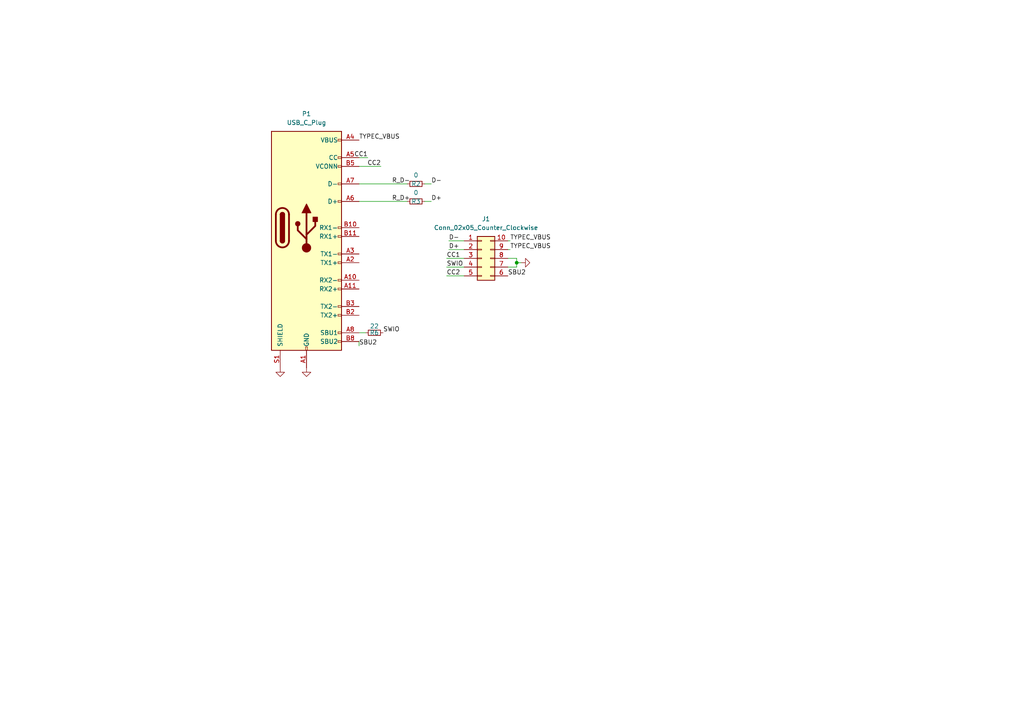
<source format=kicad_sch>
(kicad_sch
	(version 20231120)
	(generator "eeschema")
	(generator_version "8.0")
	(uuid "e7baa774-f973-4117-818d-b664b94308f1")
	(paper "A4")
	(lib_symbols
		(symbol "Connector:USB_C_Plug"
			(pin_names
				(offset 1.016)
			)
			(exclude_from_sim no)
			(in_bom yes)
			(on_board yes)
			(property "Reference" "P"
				(at -10.16 29.21 0)
				(effects
					(font
						(size 1.27 1.27)
					)
					(justify left)
				)
			)
			(property "Value" "USB_C_Plug"
				(at 10.16 29.21 0)
				(effects
					(font
						(size 1.27 1.27)
					)
					(justify right)
				)
			)
			(property "Footprint" ""
				(at 3.81 0 0)
				(effects
					(font
						(size 1.27 1.27)
					)
					(hide yes)
				)
			)
			(property "Datasheet" "https://www.usb.org/sites/default/files/documents/usb_type-c.zip"
				(at 3.81 0 0)
				(effects
					(font
						(size 1.27 1.27)
					)
					(hide yes)
				)
			)
			(property "Description" "USB Type-C Plug connector"
				(at 0 0 0)
				(effects
					(font
						(size 1.27 1.27)
					)
					(hide yes)
				)
			)
			(property "ki_keywords" "usb universal serial bus"
				(at 0 0 0)
				(effects
					(font
						(size 1.27 1.27)
					)
					(hide yes)
				)
			)
			(property "ki_fp_filters" "USB*C*Plug*"
				(at 0 0 0)
				(effects
					(font
						(size 1.27 1.27)
					)
					(hide yes)
				)
			)
			(symbol "USB_C_Plug_0_0"
				(rectangle
					(start -0.254 -35.56)
					(end 0.254 -34.544)
					(stroke
						(width 0)
						(type default)
					)
					(fill
						(type none)
					)
				)
				(rectangle
					(start 10.16 -32.766)
					(end 9.144 -33.274)
					(stroke
						(width 0)
						(type default)
					)
					(fill
						(type none)
					)
				)
				(rectangle
					(start 10.16 -30.226)
					(end 9.144 -30.734)
					(stroke
						(width 0)
						(type default)
					)
					(fill
						(type none)
					)
				)
				(rectangle
					(start 10.16 -25.146)
					(end 9.144 -25.654)
					(stroke
						(width 0)
						(type default)
					)
					(fill
						(type none)
					)
				)
				(rectangle
					(start 10.16 -22.606)
					(end 9.144 -23.114)
					(stroke
						(width 0)
						(type default)
					)
					(fill
						(type none)
					)
				)
				(rectangle
					(start 10.16 -17.526)
					(end 9.144 -18.034)
					(stroke
						(width 0)
						(type default)
					)
					(fill
						(type none)
					)
				)
				(rectangle
					(start 10.16 -14.986)
					(end 9.144 -15.494)
					(stroke
						(width 0)
						(type default)
					)
					(fill
						(type none)
					)
				)
				(rectangle
					(start 10.16 -9.906)
					(end 9.144 -10.414)
					(stroke
						(width 0)
						(type default)
					)
					(fill
						(type none)
					)
				)
				(rectangle
					(start 10.16 -7.366)
					(end 9.144 -7.874)
					(stroke
						(width 0)
						(type default)
					)
					(fill
						(type none)
					)
				)
				(rectangle
					(start 10.16 -2.286)
					(end 9.144 -2.794)
					(stroke
						(width 0)
						(type default)
					)
					(fill
						(type none)
					)
				)
				(rectangle
					(start 10.16 0.254)
					(end 9.144 -0.254)
					(stroke
						(width 0)
						(type default)
					)
					(fill
						(type none)
					)
				)
				(rectangle
					(start 10.16 7.874)
					(end 9.144 7.366)
					(stroke
						(width 0)
						(type default)
					)
					(fill
						(type none)
					)
				)
				(rectangle
					(start 10.16 12.954)
					(end 9.144 12.446)
					(stroke
						(width 0)
						(type default)
					)
					(fill
						(type none)
					)
				)
				(rectangle
					(start 10.16 18.034)
					(end 9.144 17.526)
					(stroke
						(width 0)
						(type default)
					)
					(fill
						(type none)
					)
				)
				(rectangle
					(start 10.16 20.574)
					(end 9.144 20.066)
					(stroke
						(width 0)
						(type default)
					)
					(fill
						(type none)
					)
				)
				(rectangle
					(start 10.16 25.654)
					(end 9.144 25.146)
					(stroke
						(width 0)
						(type default)
					)
					(fill
						(type none)
					)
				)
			)
			(symbol "USB_C_Plug_0_1"
				(rectangle
					(start -10.16 27.94)
					(end 10.16 -35.56)
					(stroke
						(width 0.254)
						(type default)
					)
					(fill
						(type background)
					)
				)
				(arc
					(start -8.89 -3.81)
					(mid -6.985 -5.7067)
					(end -5.08 -3.81)
					(stroke
						(width 0.508)
						(type default)
					)
					(fill
						(type none)
					)
				)
				(arc
					(start -7.62 -3.81)
					(mid -6.985 -4.4423)
					(end -6.35 -3.81)
					(stroke
						(width 0.254)
						(type default)
					)
					(fill
						(type none)
					)
				)
				(arc
					(start -7.62 -3.81)
					(mid -6.985 -4.4423)
					(end -6.35 -3.81)
					(stroke
						(width 0.254)
						(type default)
					)
					(fill
						(type outline)
					)
				)
				(rectangle
					(start -7.62 -3.81)
					(end -6.35 3.81)
					(stroke
						(width 0.254)
						(type default)
					)
					(fill
						(type outline)
					)
				)
				(arc
					(start -6.35 3.81)
					(mid -6.985 4.4423)
					(end -7.62 3.81)
					(stroke
						(width 0.254)
						(type default)
					)
					(fill
						(type none)
					)
				)
				(arc
					(start -6.35 3.81)
					(mid -6.985 4.4423)
					(end -7.62 3.81)
					(stroke
						(width 0.254)
						(type default)
					)
					(fill
						(type outline)
					)
				)
				(arc
					(start -5.08 3.81)
					(mid -6.985 5.7067)
					(end -8.89 3.81)
					(stroke
						(width 0.508)
						(type default)
					)
					(fill
						(type none)
					)
				)
				(polyline
					(pts
						(xy -8.89 -3.81) (xy -8.89 3.81)
					)
					(stroke
						(width 0.508)
						(type default)
					)
					(fill
						(type none)
					)
				)
				(polyline
					(pts
						(xy -5.08 3.81) (xy -5.08 -3.81)
					)
					(stroke
						(width 0.508)
						(type default)
					)
					(fill
						(type none)
					)
				)
			)
			(symbol "USB_C_Plug_1_1"
				(circle
					(center -2.54 1.143)
					(radius 0.635)
					(stroke
						(width 0.254)
						(type default)
					)
					(fill
						(type outline)
					)
				)
				(circle
					(center 0 -5.842)
					(radius 1.27)
					(stroke
						(width 0)
						(type default)
					)
					(fill
						(type outline)
					)
				)
				(polyline
					(pts
						(xy 0 -5.842) (xy 0 4.318)
					)
					(stroke
						(width 0.508)
						(type default)
					)
					(fill
						(type none)
					)
				)
				(polyline
					(pts
						(xy 0 -3.302) (xy -2.54 -0.762) (xy -2.54 0.508)
					)
					(stroke
						(width 0.508)
						(type default)
					)
					(fill
						(type none)
					)
				)
				(polyline
					(pts
						(xy 0 -2.032) (xy 2.54 0.508) (xy 2.54 1.778)
					)
					(stroke
						(width 0.508)
						(type default)
					)
					(fill
						(type none)
					)
				)
				(polyline
					(pts
						(xy -1.27 4.318) (xy 0 6.858) (xy 1.27 4.318) (xy -1.27 4.318)
					)
					(stroke
						(width 0.254)
						(type default)
					)
					(fill
						(type outline)
					)
				)
				(rectangle
					(start 1.905 1.778)
					(end 3.175 3.048)
					(stroke
						(width 0.254)
						(type default)
					)
					(fill
						(type outline)
					)
				)
				(pin passive line
					(at 0 -40.64 90)
					(length 5.08)
					(name "GND"
						(effects
							(font
								(size 1.27 1.27)
							)
						)
					)
					(number "A1"
						(effects
							(font
								(size 1.27 1.27)
							)
						)
					)
				)
				(pin bidirectional line
					(at 15.24 -15.24 180)
					(length 5.08)
					(name "RX2-"
						(effects
							(font
								(size 1.27 1.27)
							)
						)
					)
					(number "A10"
						(effects
							(font
								(size 1.27 1.27)
							)
						)
					)
				)
				(pin bidirectional line
					(at 15.24 -17.78 180)
					(length 5.08)
					(name "RX2+"
						(effects
							(font
								(size 1.27 1.27)
							)
						)
					)
					(number "A11"
						(effects
							(font
								(size 1.27 1.27)
							)
						)
					)
				)
				(pin passive line
					(at 0 -40.64 90)
					(length 5.08) hide
					(name "GND"
						(effects
							(font
								(size 1.27 1.27)
							)
						)
					)
					(number "A12"
						(effects
							(font
								(size 1.27 1.27)
							)
						)
					)
				)
				(pin bidirectional line
					(at 15.24 -10.16 180)
					(length 5.08)
					(name "TX1+"
						(effects
							(font
								(size 1.27 1.27)
							)
						)
					)
					(number "A2"
						(effects
							(font
								(size 1.27 1.27)
							)
						)
					)
				)
				(pin bidirectional line
					(at 15.24 -7.62 180)
					(length 5.08)
					(name "TX1-"
						(effects
							(font
								(size 1.27 1.27)
							)
						)
					)
					(number "A3"
						(effects
							(font
								(size 1.27 1.27)
							)
						)
					)
				)
				(pin passive line
					(at 15.24 25.4 180)
					(length 5.08)
					(name "VBUS"
						(effects
							(font
								(size 1.27 1.27)
							)
						)
					)
					(number "A4"
						(effects
							(font
								(size 1.27 1.27)
							)
						)
					)
				)
				(pin bidirectional line
					(at 15.24 20.32 180)
					(length 5.08)
					(name "CC"
						(effects
							(font
								(size 1.27 1.27)
							)
						)
					)
					(number "A5"
						(effects
							(font
								(size 1.27 1.27)
							)
						)
					)
				)
				(pin bidirectional line
					(at 15.24 7.62 180)
					(length 5.08)
					(name "D+"
						(effects
							(font
								(size 1.27 1.27)
							)
						)
					)
					(number "A6"
						(effects
							(font
								(size 1.27 1.27)
							)
						)
					)
				)
				(pin bidirectional line
					(at 15.24 12.7 180)
					(length 5.08)
					(name "D-"
						(effects
							(font
								(size 1.27 1.27)
							)
						)
					)
					(number "A7"
						(effects
							(font
								(size 1.27 1.27)
							)
						)
					)
				)
				(pin bidirectional line
					(at 15.24 -30.48 180)
					(length 5.08)
					(name "SBU1"
						(effects
							(font
								(size 1.27 1.27)
							)
						)
					)
					(number "A8"
						(effects
							(font
								(size 1.27 1.27)
							)
						)
					)
				)
				(pin passive line
					(at 15.24 25.4 180)
					(length 5.08) hide
					(name "VBUS"
						(effects
							(font
								(size 1.27 1.27)
							)
						)
					)
					(number "A9"
						(effects
							(font
								(size 1.27 1.27)
							)
						)
					)
				)
				(pin passive line
					(at 0 -40.64 90)
					(length 5.08) hide
					(name "GND"
						(effects
							(font
								(size 1.27 1.27)
							)
						)
					)
					(number "B1"
						(effects
							(font
								(size 1.27 1.27)
							)
						)
					)
				)
				(pin bidirectional line
					(at 15.24 0 180)
					(length 5.08)
					(name "RX1-"
						(effects
							(font
								(size 1.27 1.27)
							)
						)
					)
					(number "B10"
						(effects
							(font
								(size 1.27 1.27)
							)
						)
					)
				)
				(pin bidirectional line
					(at 15.24 -2.54 180)
					(length 5.08)
					(name "RX1+"
						(effects
							(font
								(size 1.27 1.27)
							)
						)
					)
					(number "B11"
						(effects
							(font
								(size 1.27 1.27)
							)
						)
					)
				)
				(pin passive line
					(at 0 -40.64 90)
					(length 5.08) hide
					(name "GND"
						(effects
							(font
								(size 1.27 1.27)
							)
						)
					)
					(number "B12"
						(effects
							(font
								(size 1.27 1.27)
							)
						)
					)
				)
				(pin bidirectional line
					(at 15.24 -25.4 180)
					(length 5.08)
					(name "TX2+"
						(effects
							(font
								(size 1.27 1.27)
							)
						)
					)
					(number "B2"
						(effects
							(font
								(size 1.27 1.27)
							)
						)
					)
				)
				(pin bidirectional line
					(at 15.24 -22.86 180)
					(length 5.08)
					(name "TX2-"
						(effects
							(font
								(size 1.27 1.27)
							)
						)
					)
					(number "B3"
						(effects
							(font
								(size 1.27 1.27)
							)
						)
					)
				)
				(pin passive line
					(at 15.24 25.4 180)
					(length 5.08) hide
					(name "VBUS"
						(effects
							(font
								(size 1.27 1.27)
							)
						)
					)
					(number "B4"
						(effects
							(font
								(size 1.27 1.27)
							)
						)
					)
				)
				(pin bidirectional line
					(at 15.24 17.78 180)
					(length 5.08)
					(name "VCONN"
						(effects
							(font
								(size 1.27 1.27)
							)
						)
					)
					(number "B5"
						(effects
							(font
								(size 1.27 1.27)
							)
						)
					)
				)
				(pin bidirectional line
					(at 15.24 -33.02 180)
					(length 5.08)
					(name "SBU2"
						(effects
							(font
								(size 1.27 1.27)
							)
						)
					)
					(number "B8"
						(effects
							(font
								(size 1.27 1.27)
							)
						)
					)
				)
				(pin passive line
					(at 15.24 25.4 180)
					(length 5.08) hide
					(name "VBUS"
						(effects
							(font
								(size 1.27 1.27)
							)
						)
					)
					(number "B9"
						(effects
							(font
								(size 1.27 1.27)
							)
						)
					)
				)
				(pin passive line
					(at -7.62 -40.64 90)
					(length 5.08)
					(name "SHIELD"
						(effects
							(font
								(size 1.27 1.27)
							)
						)
					)
					(number "S1"
						(effects
							(font
								(size 1.27 1.27)
							)
						)
					)
				)
			)
		)
		(symbol "Connector_Generic:Conn_02x05_Counter_Clockwise"
			(pin_names
				(offset 1.016) hide)
			(exclude_from_sim no)
			(in_bom yes)
			(on_board yes)
			(property "Reference" "J"
				(at 1.27 7.62 0)
				(effects
					(font
						(size 1.27 1.27)
					)
				)
			)
			(property "Value" "Conn_02x05_Counter_Clockwise"
				(at 1.27 -7.62 0)
				(effects
					(font
						(size 1.27 1.27)
					)
				)
			)
			(property "Footprint" ""
				(at 0 0 0)
				(effects
					(font
						(size 1.27 1.27)
					)
					(hide yes)
				)
			)
			(property "Datasheet" "~"
				(at 0 0 0)
				(effects
					(font
						(size 1.27 1.27)
					)
					(hide yes)
				)
			)
			(property "Description" "Generic connector, double row, 02x05, counter clockwise pin numbering scheme (similar to DIP package numbering), script generated (kicad-library-utils/schlib/autogen/connector/)"
				(at 0 0 0)
				(effects
					(font
						(size 1.27 1.27)
					)
					(hide yes)
				)
			)
			(property "ki_keywords" "connector"
				(at 0 0 0)
				(effects
					(font
						(size 1.27 1.27)
					)
					(hide yes)
				)
			)
			(property "ki_fp_filters" "Connector*:*_2x??_*"
				(at 0 0 0)
				(effects
					(font
						(size 1.27 1.27)
					)
					(hide yes)
				)
			)
			(symbol "Conn_02x05_Counter_Clockwise_1_1"
				(rectangle
					(start -1.27 -4.953)
					(end 0 -5.207)
					(stroke
						(width 0.1524)
						(type default)
					)
					(fill
						(type none)
					)
				)
				(rectangle
					(start -1.27 -2.413)
					(end 0 -2.667)
					(stroke
						(width 0.1524)
						(type default)
					)
					(fill
						(type none)
					)
				)
				(rectangle
					(start -1.27 0.127)
					(end 0 -0.127)
					(stroke
						(width 0.1524)
						(type default)
					)
					(fill
						(type none)
					)
				)
				(rectangle
					(start -1.27 2.667)
					(end 0 2.413)
					(stroke
						(width 0.1524)
						(type default)
					)
					(fill
						(type none)
					)
				)
				(rectangle
					(start -1.27 5.207)
					(end 0 4.953)
					(stroke
						(width 0.1524)
						(type default)
					)
					(fill
						(type none)
					)
				)
				(rectangle
					(start -1.27 6.35)
					(end 3.81 -6.35)
					(stroke
						(width 0.254)
						(type default)
					)
					(fill
						(type background)
					)
				)
				(rectangle
					(start 3.81 -4.953)
					(end 2.54 -5.207)
					(stroke
						(width 0.1524)
						(type default)
					)
					(fill
						(type none)
					)
				)
				(rectangle
					(start 3.81 -2.413)
					(end 2.54 -2.667)
					(stroke
						(width 0.1524)
						(type default)
					)
					(fill
						(type none)
					)
				)
				(rectangle
					(start 3.81 0.127)
					(end 2.54 -0.127)
					(stroke
						(width 0.1524)
						(type default)
					)
					(fill
						(type none)
					)
				)
				(rectangle
					(start 3.81 2.667)
					(end 2.54 2.413)
					(stroke
						(width 0.1524)
						(type default)
					)
					(fill
						(type none)
					)
				)
				(rectangle
					(start 3.81 5.207)
					(end 2.54 4.953)
					(stroke
						(width 0.1524)
						(type default)
					)
					(fill
						(type none)
					)
				)
				(pin passive line
					(at -5.08 5.08 0)
					(length 3.81)
					(name "Pin_1"
						(effects
							(font
								(size 1.27 1.27)
							)
						)
					)
					(number "1"
						(effects
							(font
								(size 1.27 1.27)
							)
						)
					)
				)
				(pin passive line
					(at 7.62 5.08 180)
					(length 3.81)
					(name "Pin_10"
						(effects
							(font
								(size 1.27 1.27)
							)
						)
					)
					(number "10"
						(effects
							(font
								(size 1.27 1.27)
							)
						)
					)
				)
				(pin passive line
					(at -5.08 2.54 0)
					(length 3.81)
					(name "Pin_2"
						(effects
							(font
								(size 1.27 1.27)
							)
						)
					)
					(number "2"
						(effects
							(font
								(size 1.27 1.27)
							)
						)
					)
				)
				(pin passive line
					(at -5.08 0 0)
					(length 3.81)
					(name "Pin_3"
						(effects
							(font
								(size 1.27 1.27)
							)
						)
					)
					(number "3"
						(effects
							(font
								(size 1.27 1.27)
							)
						)
					)
				)
				(pin passive line
					(at -5.08 -2.54 0)
					(length 3.81)
					(name "Pin_4"
						(effects
							(font
								(size 1.27 1.27)
							)
						)
					)
					(number "4"
						(effects
							(font
								(size 1.27 1.27)
							)
						)
					)
				)
				(pin passive line
					(at -5.08 -5.08 0)
					(length 3.81)
					(name "Pin_5"
						(effects
							(font
								(size 1.27 1.27)
							)
						)
					)
					(number "5"
						(effects
							(font
								(size 1.27 1.27)
							)
						)
					)
				)
				(pin passive line
					(at 7.62 -5.08 180)
					(length 3.81)
					(name "Pin_6"
						(effects
							(font
								(size 1.27 1.27)
							)
						)
					)
					(number "6"
						(effects
							(font
								(size 1.27 1.27)
							)
						)
					)
				)
				(pin passive line
					(at 7.62 -2.54 180)
					(length 3.81)
					(name "Pin_7"
						(effects
							(font
								(size 1.27 1.27)
							)
						)
					)
					(number "7"
						(effects
							(font
								(size 1.27 1.27)
							)
						)
					)
				)
				(pin passive line
					(at 7.62 0 180)
					(length 3.81)
					(name "Pin_8"
						(effects
							(font
								(size 1.27 1.27)
							)
						)
					)
					(number "8"
						(effects
							(font
								(size 1.27 1.27)
							)
						)
					)
				)
				(pin passive line
					(at 7.62 2.54 180)
					(length 3.81)
					(name "Pin_9"
						(effects
							(font
								(size 1.27 1.27)
							)
						)
					)
					(number "9"
						(effects
							(font
								(size 1.27 1.27)
							)
						)
					)
				)
			)
		)
		(symbol "Device:R_Small"
			(pin_numbers hide)
			(pin_names
				(offset 0.254) hide)
			(exclude_from_sim no)
			(in_bom yes)
			(on_board yes)
			(property "Reference" "R"
				(at 0.762 0.508 0)
				(effects
					(font
						(size 1.27 1.27)
					)
					(justify left)
				)
			)
			(property "Value" "R_Small"
				(at 0.762 -1.016 0)
				(effects
					(font
						(size 1.27 1.27)
					)
					(justify left)
				)
			)
			(property "Footprint" ""
				(at 0 0 0)
				(effects
					(font
						(size 1.27 1.27)
					)
					(hide yes)
				)
			)
			(property "Datasheet" "~"
				(at 0 0 0)
				(effects
					(font
						(size 1.27 1.27)
					)
					(hide yes)
				)
			)
			(property "Description" "Resistor, small symbol"
				(at 0 0 0)
				(effects
					(font
						(size 1.27 1.27)
					)
					(hide yes)
				)
			)
			(property "ki_keywords" "R resistor"
				(at 0 0 0)
				(effects
					(font
						(size 1.27 1.27)
					)
					(hide yes)
				)
			)
			(property "ki_fp_filters" "R_*"
				(at 0 0 0)
				(effects
					(font
						(size 1.27 1.27)
					)
					(hide yes)
				)
			)
			(symbol "R_Small_0_1"
				(rectangle
					(start -0.762 1.778)
					(end 0.762 -1.778)
					(stroke
						(width 0.2032)
						(type default)
					)
					(fill
						(type none)
					)
				)
			)
			(symbol "R_Small_1_1"
				(pin passive line
					(at 0 2.54 270)
					(length 0.762)
					(name "~"
						(effects
							(font
								(size 1.27 1.27)
							)
						)
					)
					(number "1"
						(effects
							(font
								(size 1.27 1.27)
							)
						)
					)
				)
				(pin passive line
					(at 0 -2.54 90)
					(length 0.762)
					(name "~"
						(effects
							(font
								(size 1.27 1.27)
							)
						)
					)
					(number "2"
						(effects
							(font
								(size 1.27 1.27)
							)
						)
					)
				)
			)
		)
		(symbol "power:GND"
			(power)
			(pin_names
				(offset 0)
			)
			(exclude_from_sim no)
			(in_bom yes)
			(on_board yes)
			(property "Reference" "#PWR"
				(at 0 -6.35 0)
				(effects
					(font
						(size 1.27 1.27)
					)
					(hide yes)
				)
			)
			(property "Value" "GND"
				(at 0 -3.81 0)
				(effects
					(font
						(size 1.27 1.27)
					)
				)
			)
			(property "Footprint" ""
				(at 0 0 0)
				(effects
					(font
						(size 1.27 1.27)
					)
					(hide yes)
				)
			)
			(property "Datasheet" ""
				(at 0 0 0)
				(effects
					(font
						(size 1.27 1.27)
					)
					(hide yes)
				)
			)
			(property "Description" "Power symbol creates a global label with name \"GND\" , ground"
				(at 0 0 0)
				(effects
					(font
						(size 1.27 1.27)
					)
					(hide yes)
				)
			)
			(property "ki_keywords" "global power"
				(at 0 0 0)
				(effects
					(font
						(size 1.27 1.27)
					)
					(hide yes)
				)
			)
			(symbol "GND_0_1"
				(polyline
					(pts
						(xy 0 0) (xy 0 -1.27) (xy 1.27 -1.27) (xy 0 -2.54) (xy -1.27 -1.27) (xy 0 -1.27)
					)
					(stroke
						(width 0)
						(type default)
					)
					(fill
						(type none)
					)
				)
			)
			(symbol "GND_1_1"
				(pin power_in line
					(at 0 0 270)
					(length 0) hide
					(name "GND"
						(effects
							(font
								(size 1.27 1.27)
							)
						)
					)
					(number "1"
						(effects
							(font
								(size 1.27 1.27)
							)
						)
					)
				)
			)
		)
	)
	(junction
		(at 149.86 76.2)
		(diameter 0)
		(color 0 0 0 0)
		(uuid "29b6ac3e-cd56-4e72-92fa-a7e98096e97f")
	)
	(wire
		(pts
			(xy 125.095 58.42) (xy 123.19 58.42)
		)
		(stroke
			(width 0)
			(type default)
		)
		(uuid "075fd16f-b2e2-40ea-bcaf-2f610ec86ed5")
	)
	(wire
		(pts
			(xy 104.14 45.72) (xy 106.68 45.72)
		)
		(stroke
			(width 0)
			(type default)
		)
		(uuid "0ec26167-8f33-4c00-819c-1c21f2ea9550")
	)
	(wire
		(pts
			(xy 104.14 58.42) (xy 118.11 58.42)
		)
		(stroke
			(width 0)
			(type default)
		)
		(uuid "14696cf3-c300-4f2d-9be2-22b05cb75e57")
	)
	(wire
		(pts
			(xy 104.14 53.34) (xy 118.11 53.34)
		)
		(stroke
			(width 0)
			(type default)
		)
		(uuid "1c0f0ddd-901d-4324-a603-c942e188e217")
	)
	(wire
		(pts
			(xy 129.54 77.47) (xy 134.62 77.47)
		)
		(stroke
			(width 0)
			(type default)
		)
		(uuid "327bc067-745d-4739-ad70-42413dd0978d")
	)
	(wire
		(pts
			(xy 130.175 69.85) (xy 134.62 69.85)
		)
		(stroke
			(width 0)
			(type default)
		)
		(uuid "358f5e7e-8d8e-4321-a9ba-d6755fabd1f6")
	)
	(wire
		(pts
			(xy 147.32 72.39) (xy 147.955 72.39)
		)
		(stroke
			(width 0)
			(type default)
		)
		(uuid "3c8b1092-dbc5-4da7-ab29-844cb354a30c")
	)
	(wire
		(pts
			(xy 147.32 69.85) (xy 147.955 69.85)
		)
		(stroke
			(width 0)
			(type default)
		)
		(uuid "52a0e316-e378-4c4e-9f68-814997b66f76")
	)
	(wire
		(pts
			(xy 129.54 74.93) (xy 134.62 74.93)
		)
		(stroke
			(width 0)
			(type default)
		)
		(uuid "724b8639-ce82-4795-a3b7-356fa1e9b256")
	)
	(wire
		(pts
			(xy 125.095 53.34) (xy 123.19 53.34)
		)
		(stroke
			(width 0)
			(type default)
		)
		(uuid "72c120de-fb6a-46dd-abcc-d53db85eab16")
	)
	(wire
		(pts
			(xy 110.49 48.26) (xy 104.14 48.26)
		)
		(stroke
			(width 0)
			(type default)
		)
		(uuid "8ce8b293-bddf-44f1-ba2d-0527a717a3ff")
	)
	(wire
		(pts
			(xy 130.175 72.39) (xy 134.62 72.39)
		)
		(stroke
			(width 0)
			(type default)
		)
		(uuid "ae7d2282-3771-47f3-8374-d1f119fb3d39")
	)
	(wire
		(pts
			(xy 149.86 76.2) (xy 149.86 77.47)
		)
		(stroke
			(width 0)
			(type default)
		)
		(uuid "b158396a-0229-4859-8974-9ba70c42805c")
	)
	(wire
		(pts
			(xy 149.86 76.2) (xy 151.13 76.2)
		)
		(stroke
			(width 0)
			(type default)
		)
		(uuid "b7f00d85-3b49-49ca-9068-95df9e82f274")
	)
	(wire
		(pts
			(xy 149.86 74.93) (xy 149.86 76.2)
		)
		(stroke
			(width 0)
			(type default)
		)
		(uuid "b84c8e1b-79ee-423d-9e33-6be451fc7f83")
	)
	(wire
		(pts
			(xy 147.32 77.47) (xy 149.86 77.47)
		)
		(stroke
			(width 0)
			(type default)
		)
		(uuid "d1e04a60-8c2c-400a-a9d4-c618a9196542")
	)
	(wire
		(pts
			(xy 104.14 100.33) (xy 104.14 99.06)
		)
		(stroke
			(width 0)
			(type default)
		)
		(uuid "d9266800-4c49-4090-982a-0d4289209532")
	)
	(wire
		(pts
			(xy 147.32 74.93) (xy 149.86 74.93)
		)
		(stroke
			(width 0)
			(type default)
		)
		(uuid "da018cc7-55bf-44aa-9e91-139fd2272c25")
	)
	(wire
		(pts
			(xy 129.54 80.01) (xy 134.62 80.01)
		)
		(stroke
			(width 0)
			(type default)
		)
		(uuid "e7040635-49e4-4666-ae73-7b08db72f6f8")
	)
	(wire
		(pts
			(xy 106.045 96.52) (xy 104.14 96.52)
		)
		(stroke
			(width 0)
			(type default)
		)
		(uuid "e7360537-ae75-4c17-bd67-bc7f30545604")
	)
	(label "TYPEC_VBUS"
		(at 147.955 72.39 0)
		(fields_autoplaced yes)
		(effects
			(font
				(size 1.27 1.27)
			)
			(justify left bottom)
		)
		(uuid "141efac9-f2a0-4375-80ee-25db3f201053")
	)
	(label "CC2"
		(at 129.54 80.01 0)
		(fields_autoplaced yes)
		(effects
			(font
				(size 1.27 1.27)
			)
			(justify left bottom)
		)
		(uuid "1893d072-4cd7-49e0-b365-9975008c013f")
	)
	(label "D-"
		(at 125.095 53.34 0)
		(fields_autoplaced yes)
		(effects
			(font
				(size 1.27 1.27)
			)
			(justify left bottom)
		)
		(uuid "1a7eeef0-e6b2-4733-acab-024d53e32061")
	)
	(label "CC2"
		(at 110.49 48.26 180)
		(fields_autoplaced yes)
		(effects
			(font
				(size 1.27 1.27)
			)
			(justify right bottom)
		)
		(uuid "24ab126e-c4bc-4a8a-9d92-950fc2acea86")
	)
	(label "CC1"
		(at 106.68 45.72 180)
		(fields_autoplaced yes)
		(effects
			(font
				(size 1.27 1.27)
			)
			(justify right bottom)
		)
		(uuid "2b17f55e-f5f1-47c4-8f41-0888b8c232eb")
	)
	(label "SBU2"
		(at 104.14 100.33 0)
		(fields_autoplaced yes)
		(effects
			(font
				(size 1.27 1.27)
			)
			(justify left bottom)
		)
		(uuid "2c843271-a193-4b41-ad87-e79c94bd943b")
	)
	(label "SWIO"
		(at 111.125 96.52 0)
		(fields_autoplaced yes)
		(effects
			(font
				(size 1.27 1.27)
			)
			(justify left bottom)
		)
		(uuid "4771f689-0cd2-4135-8f96-503de85dca66")
	)
	(label "R_D-"
		(at 113.665 53.34 0)
		(fields_autoplaced yes)
		(effects
			(font
				(size 1.27 1.27)
			)
			(justify left bottom)
		)
		(uuid "49cd877a-3a6c-42fb-9aa3-e364228c012a")
	)
	(label "SWIO"
		(at 129.54 77.47 0)
		(fields_autoplaced yes)
		(effects
			(font
				(size 1.27 1.27)
			)
			(justify left bottom)
		)
		(uuid "63efa996-ed0d-4dc1-b092-fc4ca669792d")
	)
	(label "D+"
		(at 130.175 72.39 0)
		(fields_autoplaced yes)
		(effects
			(font
				(size 1.27 1.27)
			)
			(justify left bottom)
		)
		(uuid "64e677f0-a68e-4520-9b90-289fe102953d")
	)
	(label "CC1"
		(at 129.54 74.93 0)
		(fields_autoplaced yes)
		(effects
			(font
				(size 1.27 1.27)
			)
			(justify left bottom)
		)
		(uuid "65664f75-d332-4fef-a780-e32dfecc3b87")
	)
	(label "SBU2"
		(at 147.32 80.01 0)
		(fields_autoplaced yes)
		(effects
			(font
				(size 1.27 1.27)
			)
			(justify left bottom)
		)
		(uuid "7fafcca3-fbaa-4bbf-aba1-bf0e0f44dd0a")
	)
	(label "TYPEC_VBUS"
		(at 104.14 40.64 0)
		(fields_autoplaced yes)
		(effects
			(font
				(size 1.27 1.27)
			)
			(justify left bottom)
		)
		(uuid "8527f653-980b-444e-97b3-a910a7b89053")
	)
	(label "D-"
		(at 130.175 69.85 0)
		(fields_autoplaced yes)
		(effects
			(font
				(size 1.27 1.27)
			)
			(justify left bottom)
		)
		(uuid "858c883c-a62e-4186-bd4f-1a20ff3f0ed3")
	)
	(label "TYPEC_VBUS"
		(at 147.955 69.85 0)
		(fields_autoplaced yes)
		(effects
			(font
				(size 1.27 1.27)
			)
			(justify left bottom)
		)
		(uuid "89fa4b4d-ecab-43d4-9304-c363644a46bd")
	)
	(label "D+"
		(at 125.095 58.42 0)
		(fields_autoplaced yes)
		(effects
			(font
				(size 1.27 1.27)
			)
			(justify left bottom)
		)
		(uuid "b3246682-112f-4134-9fe9-9a4f63163b6a")
	)
	(label "R_D+"
		(at 113.665 58.42 0)
		(fields_autoplaced yes)
		(effects
			(font
				(size 1.27 1.27)
			)
			(justify left bottom)
		)
		(uuid "cd06a97d-ce08-4b50-b8c9-c050fd1904fb")
	)
	(symbol
		(lib_id "power:GND")
		(at 88.9 106.68 0)
		(unit 1)
		(exclude_from_sim no)
		(in_bom yes)
		(on_board yes)
		(dnp no)
		(fields_autoplaced yes)
		(uuid "078d63f4-3269-433b-bac4-ab73d1ed86f7")
		(property "Reference" "#PWR02"
			(at 88.9 113.03 0)
			(effects
				(font
					(size 1.27 1.27)
				)
				(hide yes)
			)
		)
		(property "Value" "GND"
			(at 88.9 111.125 0)
			(effects
				(font
					(size 1.27 1.27)
				)
				(hide yes)
			)
		)
		(property "Footprint" ""
			(at 88.9 106.68 0)
			(effects
				(font
					(size 1.27 1.27)
				)
				(hide yes)
			)
		)
		(property "Datasheet" ""
			(at 88.9 106.68 0)
			(effects
				(font
					(size 1.27 1.27)
				)
				(hide yes)
			)
		)
		(property "Description" ""
			(at 88.9 106.68 0)
			(effects
				(font
					(size 1.27 1.27)
				)
				(hide yes)
			)
		)
		(pin "1"
			(uuid "95d26b72-04df-4662-a433-9ab8c4a961a0")
		)
		(instances
			(project "rusb-pd"
				(path "/e7baa774-f973-4117-818d-b664b94308f1"
					(reference "#PWR02")
					(unit 1)
				)
			)
		)
	)
	(symbol
		(lib_id "power:GND")
		(at 151.13 76.2 90)
		(unit 1)
		(exclude_from_sim no)
		(in_bom yes)
		(on_board yes)
		(dnp no)
		(fields_autoplaced yes)
		(uuid "207d740e-9f24-43e9-83fe-dd321ebf2067")
		(property "Reference" "#PWR010"
			(at 157.48 76.2 0)
			(effects
				(font
					(size 1.27 1.27)
				)
				(hide yes)
			)
		)
		(property "Value" "GND"
			(at 155.575 76.2 0)
			(effects
				(font
					(size 1.27 1.27)
				)
				(hide yes)
			)
		)
		(property "Footprint" ""
			(at 151.13 76.2 0)
			(effects
				(font
					(size 1.27 1.27)
				)
				(hide yes)
			)
		)
		(property "Datasheet" ""
			(at 151.13 76.2 0)
			(effects
				(font
					(size 1.27 1.27)
				)
				(hide yes)
			)
		)
		(property "Description" ""
			(at 151.13 76.2 0)
			(effects
				(font
					(size 1.27 1.27)
				)
				(hide yes)
			)
		)
		(pin "1"
			(uuid "e3d54653-73fd-40eb-b8fc-d43ff8f4250f")
		)
		(instances
			(project "rusb-pd"
				(path "/e7baa774-f973-4117-818d-b664b94308f1"
					(reference "#PWR010")
					(unit 1)
				)
			)
		)
	)
	(symbol
		(lib_id "Device:R_Small")
		(at 120.65 53.34 90)
		(unit 1)
		(exclude_from_sim no)
		(in_bom yes)
		(on_board yes)
		(dnp no)
		(uuid "395f0f7a-66fd-4de3-b7c6-5105af9801c8")
		(property "Reference" "R2"
			(at 120.65 53.34 90)
			(effects
				(font
					(size 1.27 1.27)
				)
			)
		)
		(property "Value" "0"
			(at 120.65 50.8 90)
			(effects
				(font
					(size 1.27 1.27)
				)
			)
		)
		(property "Footprint" "Resistor_SMD:R_0402_1005Metric"
			(at 120.65 53.34 0)
			(effects
				(font
					(size 1.27 1.27)
				)
				(hide yes)
			)
		)
		(property "Datasheet" "~"
			(at 120.65 53.34 0)
			(effects
				(font
					(size 1.27 1.27)
				)
				(hide yes)
			)
		)
		(property "Description" ""
			(at 120.65 53.34 0)
			(effects
				(font
					(size 1.27 1.27)
				)
				(hide yes)
			)
		)
		(pin "1"
			(uuid "d051a192-9391-4a8e-8e8a-3dea8073b096")
		)
		(pin "2"
			(uuid "1521c77b-687b-452c-ae0c-e0f8c53677e0")
		)
		(instances
			(project "rusb-pd"
				(path "/e7baa774-f973-4117-818d-b664b94308f1"
					(reference "R2")
					(unit 1)
				)
			)
		)
	)
	(symbol
		(lib_id "Device:R_Small")
		(at 120.65 58.42 90)
		(unit 1)
		(exclude_from_sim no)
		(in_bom yes)
		(on_board yes)
		(dnp no)
		(uuid "4ab60af7-2e6e-4a6b-b78b-526bdbe35ddf")
		(property "Reference" "R3"
			(at 120.65 58.42 90)
			(effects
				(font
					(size 1.27 1.27)
				)
			)
		)
		(property "Value" "0"
			(at 120.65 55.88 90)
			(effects
				(font
					(size 1.27 1.27)
				)
			)
		)
		(property "Footprint" "Resistor_SMD:R_0402_1005Metric"
			(at 120.65 58.42 0)
			(effects
				(font
					(size 1.27 1.27)
				)
				(hide yes)
			)
		)
		(property "Datasheet" "~"
			(at 120.65 58.42 0)
			(effects
				(font
					(size 1.27 1.27)
				)
				(hide yes)
			)
		)
		(property "Description" ""
			(at 120.65 58.42 0)
			(effects
				(font
					(size 1.27 1.27)
				)
				(hide yes)
			)
		)
		(pin "1"
			(uuid "c49ef6e7-4031-4fc0-98eb-db6db38a8b92")
		)
		(pin "2"
			(uuid "3f17de98-de1a-4542-8d98-12e06deedda7")
		)
		(instances
			(project "rusb-pd"
				(path "/e7baa774-f973-4117-818d-b664b94308f1"
					(reference "R3")
					(unit 1)
				)
			)
		)
	)
	(symbol
		(lib_id "power:GND")
		(at 81.28 106.68 0)
		(unit 1)
		(exclude_from_sim no)
		(in_bom yes)
		(on_board yes)
		(dnp no)
		(fields_autoplaced yes)
		(uuid "8ba7a89e-e208-4657-99f0-a435a3bd91e6")
		(property "Reference" "#PWR01"
			(at 81.28 113.03 0)
			(effects
				(font
					(size 1.27 1.27)
				)
				(hide yes)
			)
		)
		(property "Value" "GND"
			(at 81.28 111.125 0)
			(effects
				(font
					(size 1.27 1.27)
				)
				(hide yes)
			)
		)
		(property "Footprint" ""
			(at 81.28 106.68 0)
			(effects
				(font
					(size 1.27 1.27)
				)
				(hide yes)
			)
		)
		(property "Datasheet" ""
			(at 81.28 106.68 0)
			(effects
				(font
					(size 1.27 1.27)
				)
				(hide yes)
			)
		)
		(property "Description" ""
			(at 81.28 106.68 0)
			(effects
				(font
					(size 1.27 1.27)
				)
				(hide yes)
			)
		)
		(pin "1"
			(uuid "f1e6f2b3-5b8e-4f18-9596-5477b14ce8cf")
		)
		(instances
			(project "rusb-pd"
				(path "/e7baa774-f973-4117-818d-b664b94308f1"
					(reference "#PWR01")
					(unit 1)
				)
			)
		)
	)
	(symbol
		(lib_id "Connector:USB_C_Plug")
		(at 88.9 66.04 0)
		(unit 1)
		(exclude_from_sim no)
		(in_bom yes)
		(on_board yes)
		(dnp no)
		(fields_autoplaced yes)
		(uuid "a3dfd455-a7d1-4c9b-b349-9ec0e95a1c8d")
		(property "Reference" "P1"
			(at 88.9 33.02 0)
			(effects
				(font
					(size 1.27 1.27)
				)
			)
		)
		(property "Value" "USB_C_Plug"
			(at 88.9 35.56 0)
			(effects
				(font
					(size 1.27 1.27)
				)
			)
		)
		(property "Footprint" "Connector_USB:USB_C_Receptacle_GCT_USB4115-03-C"
			(at 92.71 66.04 0)
			(effects
				(font
					(size 1.27 1.27)
				)
				(hide yes)
			)
		)
		(property "Datasheet" "https://www.usb.org/sites/default/files/documents/usb_type-c.zip"
			(at 92.71 66.04 0)
			(effects
				(font
					(size 1.27 1.27)
				)
				(hide yes)
			)
		)
		(property "Description" ""
			(at 88.9 66.04 0)
			(effects
				(font
					(size 1.27 1.27)
				)
				(hide yes)
			)
		)
		(pin "A1"
			(uuid "91a55c7e-f268-4d1e-bf5e-97d4a427b2bc")
		)
		(pin "A10"
			(uuid "35d41466-7caa-4165-b196-03a2f159bbab")
		)
		(pin "A11"
			(uuid "75eacbe8-6171-4fb5-8aea-d5d59fbc8300")
		)
		(pin "A12"
			(uuid "ea03e9a5-0059-40f1-956e-7d208a0fbbc8")
		)
		(pin "A2"
			(uuid "6743bf8a-cbf9-4416-a981-6e5fd2b8001c")
		)
		(pin "A3"
			(uuid "de451cf9-28f6-43f2-acc6-9e1ca7b0bebe")
		)
		(pin "A4"
			(uuid "c095cdd5-d87f-4088-9a20-ff38b14b38d0")
		)
		(pin "A5"
			(uuid "40beb23e-85e7-40ff-8535-baaa5f7419ec")
		)
		(pin "A6"
			(uuid "2fdd1f1f-b092-4c29-acbd-f2d1dd559ca8")
		)
		(pin "A7"
			(uuid "8defb390-82c7-479e-9da4-ce6e027938e7")
		)
		(pin "A8"
			(uuid "745f9ce7-dd58-4efe-a5d9-67d8595cf9ce")
		)
		(pin "A9"
			(uuid "029a87b8-bb86-4fc1-9cfb-2e7c7d5aed71")
		)
		(pin "B1"
			(uuid "232f6430-c1c4-401d-81d5-5635e585ebc2")
		)
		(pin "B10"
			(uuid "789e496b-9f49-4495-8d7c-43cb965657cc")
		)
		(pin "B11"
			(uuid "166a504c-d33e-43fc-8068-0bd5d6b569bb")
		)
		(pin "B12"
			(uuid "3a013e02-dd1c-407b-bcd1-045be672b87e")
		)
		(pin "B2"
			(uuid "dd21d1cd-6dc3-4052-869b-808e7b0087f1")
		)
		(pin "B3"
			(uuid "ae37e7e1-ae04-45f9-b406-1f63e2bd874f")
		)
		(pin "B4"
			(uuid "172b6aab-b1bb-4487-baf2-80647564a889")
		)
		(pin "B5"
			(uuid "55738e96-e913-4a4f-87c7-fbef53d1b653")
		)
		(pin "B8"
			(uuid "2fc0085d-223b-4c49-a1a7-56237a9d9f3a")
		)
		(pin "B9"
			(uuid "20a1a9d8-e352-4d61-bcec-aed61e9c92ef")
		)
		(pin "S1"
			(uuid "5196e9a2-682b-46a0-8292-ee209afb99e5")
		)
		(instances
			(project "rusb-pd"
				(path "/e7baa774-f973-4117-818d-b664b94308f1"
					(reference "P1")
					(unit 1)
				)
			)
		)
	)
	(symbol
		(lib_id "Connector_Generic:Conn_02x05_Counter_Clockwise")
		(at 139.7 74.93 0)
		(unit 1)
		(exclude_from_sim no)
		(in_bom yes)
		(on_board yes)
		(dnp no)
		(fields_autoplaced yes)
		(uuid "bd14751d-cd45-4de9-9b68-45683133cfc5")
		(property "Reference" "J1"
			(at 140.97 63.5 0)
			(effects
				(font
					(size 1.27 1.27)
				)
			)
		)
		(property "Value" "Conn_02x05_Counter_Clockwise"
			(at 140.97 66.04 0)
			(effects
				(font
					(size 1.27 1.27)
				)
			)
		)
		(property "Footprint" "Connector_PinSocket_2.54mm:PinSocket_2x05_P2.54mm_Vertical"
			(at 139.7 74.93 0)
			(effects
				(font
					(size 1.27 1.27)
				)
				(hide yes)
			)
		)
		(property "Datasheet" "~"
			(at 139.7 74.93 0)
			(effects
				(font
					(size 1.27 1.27)
				)
				(hide yes)
			)
		)
		(property "Description" ""
			(at 139.7 74.93 0)
			(effects
				(font
					(size 1.27 1.27)
				)
				(hide yes)
			)
		)
		(pin "1"
			(uuid "f49e6e06-344e-4a29-8fae-f0fda73e462b")
		)
		(pin "10"
			(uuid "db927dc7-4862-466a-b0ff-b8d0637f7e2b")
		)
		(pin "2"
			(uuid "14a22d00-4951-4796-a8b1-c50afbafa48b")
		)
		(pin "3"
			(uuid "9c025ee5-ee69-4bbd-a8a0-68031cdeb5e6")
		)
		(pin "4"
			(uuid "61518d85-0a15-48ce-8c47-7caccd71ca55")
		)
		(pin "5"
			(uuid "284a676e-90de-46b8-8b16-b39bf0c51820")
		)
		(pin "6"
			(uuid "3268256d-e9b5-4754-927c-68907a5de377")
		)
		(pin "7"
			(uuid "3d9ddbdf-7add-4a1e-9c86-34d57b8d49a0")
		)
		(pin "8"
			(uuid "29a5a983-b4fb-41bb-b33d-8e7a92805b02")
		)
		(pin "9"
			(uuid "d1240515-a36f-462c-ba9f-6301ed6dd73b")
		)
		(instances
			(project "rusb-pd"
				(path "/e7baa774-f973-4117-818d-b664b94308f1"
					(reference "J1")
					(unit 1)
				)
			)
		)
	)
	(symbol
		(lib_id "Device:R_Small")
		(at 108.585 96.52 90)
		(unit 1)
		(exclude_from_sim no)
		(in_bom yes)
		(on_board yes)
		(dnp no)
		(uuid "db2bc25b-93a2-4fda-9d61-bad32b614f56")
		(property "Reference" "R6"
			(at 108.585 96.52 90)
			(effects
				(font
					(size 1.27 1.27)
				)
			)
		)
		(property "Value" "22"
			(at 108.585 94.615 90)
			(effects
				(font
					(size 1.27 1.27)
				)
			)
		)
		(property "Footprint" "Resistor_SMD:R_0402_1005Metric"
			(at 108.585 96.52 0)
			(effects
				(font
					(size 1.27 1.27)
				)
				(hide yes)
			)
		)
		(property "Datasheet" "~"
			(at 108.585 96.52 0)
			(effects
				(font
					(size 1.27 1.27)
				)
				(hide yes)
			)
		)
		(property "Description" ""
			(at 108.585 96.52 0)
			(effects
				(font
					(size 1.27 1.27)
				)
				(hide yes)
			)
		)
		(pin "1"
			(uuid "372530cf-23f3-4b29-a0df-de55eb5bc92c")
		)
		(pin "2"
			(uuid "c5f8fbfe-830d-4008-b7ca-8b3132c1cbc2")
		)
		(instances
			(project "rusb-pd"
				(path "/e7baa774-f973-4117-818d-b664b94308f1"
					(reference "R6")
					(unit 1)
				)
			)
		)
	)
	(sheet_instances
		(path "/"
			(page "1")
		)
	)
)
</source>
